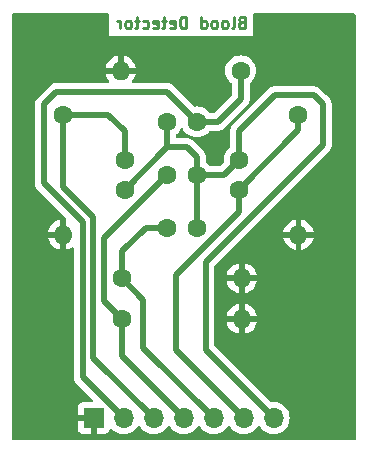
<source format=gbr>
%TF.GenerationSoftware,KiCad,Pcbnew,8.0.0-8.0.0-1~ubuntu20.04.1*%
%TF.CreationDate,2024-03-18T19:09:47+07:00*%
%TF.ProjectId,tugas-akhir-eka-selvi,74756761-732d-4616-9b68-69722d656b61,rev?*%
%TF.SameCoordinates,Original*%
%TF.FileFunction,Copper,L2,Bot*%
%TF.FilePolarity,Positive*%
%FSLAX46Y46*%
G04 Gerber Fmt 4.6, Leading zero omitted, Abs format (unit mm)*
G04 Created by KiCad (PCBNEW 8.0.0-8.0.0-1~ubuntu20.04.1) date 2024-03-18 19:09:47*
%MOMM*%
%LPD*%
G01*
G04 APERTURE LIST*
%ADD10C,0.250000*%
%TA.AperFunction,NonConductor*%
%ADD11C,0.250000*%
%TD*%
%TA.AperFunction,ComponentPad*%
%ADD12C,1.600000*%
%TD*%
%TA.AperFunction,ComponentPad*%
%ADD13O,1.600000X1.600000*%
%TD*%
%TA.AperFunction,ComponentPad*%
%ADD14R,1.700000X1.700000*%
%TD*%
%TA.AperFunction,ComponentPad*%
%ADD15O,1.700000X1.700000*%
%TD*%
%TA.AperFunction,Conductor*%
%ADD16C,0.500000*%
%TD*%
G04 APERTURE END LIST*
D10*
D11*
X152553098Y-60097609D02*
X152410241Y-60145228D01*
X152410241Y-60145228D02*
X152362622Y-60192847D01*
X152362622Y-60192847D02*
X152315003Y-60288085D01*
X152315003Y-60288085D02*
X152315003Y-60430942D01*
X152315003Y-60430942D02*
X152362622Y-60526180D01*
X152362622Y-60526180D02*
X152410241Y-60573800D01*
X152410241Y-60573800D02*
X152505479Y-60621419D01*
X152505479Y-60621419D02*
X152886431Y-60621419D01*
X152886431Y-60621419D02*
X152886431Y-59621419D01*
X152886431Y-59621419D02*
X152553098Y-59621419D01*
X152553098Y-59621419D02*
X152457860Y-59669038D01*
X152457860Y-59669038D02*
X152410241Y-59716657D01*
X152410241Y-59716657D02*
X152362622Y-59811895D01*
X152362622Y-59811895D02*
X152362622Y-59907133D01*
X152362622Y-59907133D02*
X152410241Y-60002371D01*
X152410241Y-60002371D02*
X152457860Y-60049990D01*
X152457860Y-60049990D02*
X152553098Y-60097609D01*
X152553098Y-60097609D02*
X152886431Y-60097609D01*
X151743574Y-60621419D02*
X151838812Y-60573800D01*
X151838812Y-60573800D02*
X151886431Y-60478561D01*
X151886431Y-60478561D02*
X151886431Y-59621419D01*
X151219764Y-60621419D02*
X151315002Y-60573800D01*
X151315002Y-60573800D02*
X151362621Y-60526180D01*
X151362621Y-60526180D02*
X151410240Y-60430942D01*
X151410240Y-60430942D02*
X151410240Y-60145228D01*
X151410240Y-60145228D02*
X151362621Y-60049990D01*
X151362621Y-60049990D02*
X151315002Y-60002371D01*
X151315002Y-60002371D02*
X151219764Y-59954752D01*
X151219764Y-59954752D02*
X151076907Y-59954752D01*
X151076907Y-59954752D02*
X150981669Y-60002371D01*
X150981669Y-60002371D02*
X150934050Y-60049990D01*
X150934050Y-60049990D02*
X150886431Y-60145228D01*
X150886431Y-60145228D02*
X150886431Y-60430942D01*
X150886431Y-60430942D02*
X150934050Y-60526180D01*
X150934050Y-60526180D02*
X150981669Y-60573800D01*
X150981669Y-60573800D02*
X151076907Y-60621419D01*
X151076907Y-60621419D02*
X151219764Y-60621419D01*
X150315002Y-60621419D02*
X150410240Y-60573800D01*
X150410240Y-60573800D02*
X150457859Y-60526180D01*
X150457859Y-60526180D02*
X150505478Y-60430942D01*
X150505478Y-60430942D02*
X150505478Y-60145228D01*
X150505478Y-60145228D02*
X150457859Y-60049990D01*
X150457859Y-60049990D02*
X150410240Y-60002371D01*
X150410240Y-60002371D02*
X150315002Y-59954752D01*
X150315002Y-59954752D02*
X150172145Y-59954752D01*
X150172145Y-59954752D02*
X150076907Y-60002371D01*
X150076907Y-60002371D02*
X150029288Y-60049990D01*
X150029288Y-60049990D02*
X149981669Y-60145228D01*
X149981669Y-60145228D02*
X149981669Y-60430942D01*
X149981669Y-60430942D02*
X150029288Y-60526180D01*
X150029288Y-60526180D02*
X150076907Y-60573800D01*
X150076907Y-60573800D02*
X150172145Y-60621419D01*
X150172145Y-60621419D02*
X150315002Y-60621419D01*
X149124526Y-60621419D02*
X149124526Y-59621419D01*
X149124526Y-60573800D02*
X149219764Y-60621419D01*
X149219764Y-60621419D02*
X149410240Y-60621419D01*
X149410240Y-60621419D02*
X149505478Y-60573800D01*
X149505478Y-60573800D02*
X149553097Y-60526180D01*
X149553097Y-60526180D02*
X149600716Y-60430942D01*
X149600716Y-60430942D02*
X149600716Y-60145228D01*
X149600716Y-60145228D02*
X149553097Y-60049990D01*
X149553097Y-60049990D02*
X149505478Y-60002371D01*
X149505478Y-60002371D02*
X149410240Y-59954752D01*
X149410240Y-59954752D02*
X149219764Y-59954752D01*
X149219764Y-59954752D02*
X149124526Y-60002371D01*
X147886430Y-60621419D02*
X147886430Y-59621419D01*
X147886430Y-59621419D02*
X147648335Y-59621419D01*
X147648335Y-59621419D02*
X147505478Y-59669038D01*
X147505478Y-59669038D02*
X147410240Y-59764276D01*
X147410240Y-59764276D02*
X147362621Y-59859514D01*
X147362621Y-59859514D02*
X147315002Y-60049990D01*
X147315002Y-60049990D02*
X147315002Y-60192847D01*
X147315002Y-60192847D02*
X147362621Y-60383323D01*
X147362621Y-60383323D02*
X147410240Y-60478561D01*
X147410240Y-60478561D02*
X147505478Y-60573800D01*
X147505478Y-60573800D02*
X147648335Y-60621419D01*
X147648335Y-60621419D02*
X147886430Y-60621419D01*
X146505478Y-60573800D02*
X146600716Y-60621419D01*
X146600716Y-60621419D02*
X146791192Y-60621419D01*
X146791192Y-60621419D02*
X146886430Y-60573800D01*
X146886430Y-60573800D02*
X146934049Y-60478561D01*
X146934049Y-60478561D02*
X146934049Y-60097609D01*
X146934049Y-60097609D02*
X146886430Y-60002371D01*
X146886430Y-60002371D02*
X146791192Y-59954752D01*
X146791192Y-59954752D02*
X146600716Y-59954752D01*
X146600716Y-59954752D02*
X146505478Y-60002371D01*
X146505478Y-60002371D02*
X146457859Y-60097609D01*
X146457859Y-60097609D02*
X146457859Y-60192847D01*
X146457859Y-60192847D02*
X146934049Y-60288085D01*
X146172144Y-59954752D02*
X145791192Y-59954752D01*
X146029287Y-59621419D02*
X146029287Y-60478561D01*
X146029287Y-60478561D02*
X145981668Y-60573800D01*
X145981668Y-60573800D02*
X145886430Y-60621419D01*
X145886430Y-60621419D02*
X145791192Y-60621419D01*
X145076906Y-60573800D02*
X145172144Y-60621419D01*
X145172144Y-60621419D02*
X145362620Y-60621419D01*
X145362620Y-60621419D02*
X145457858Y-60573800D01*
X145457858Y-60573800D02*
X145505477Y-60478561D01*
X145505477Y-60478561D02*
X145505477Y-60097609D01*
X145505477Y-60097609D02*
X145457858Y-60002371D01*
X145457858Y-60002371D02*
X145362620Y-59954752D01*
X145362620Y-59954752D02*
X145172144Y-59954752D01*
X145172144Y-59954752D02*
X145076906Y-60002371D01*
X145076906Y-60002371D02*
X145029287Y-60097609D01*
X145029287Y-60097609D02*
X145029287Y-60192847D01*
X145029287Y-60192847D02*
X145505477Y-60288085D01*
X144172144Y-60573800D02*
X144267382Y-60621419D01*
X144267382Y-60621419D02*
X144457858Y-60621419D01*
X144457858Y-60621419D02*
X144553096Y-60573800D01*
X144553096Y-60573800D02*
X144600715Y-60526180D01*
X144600715Y-60526180D02*
X144648334Y-60430942D01*
X144648334Y-60430942D02*
X144648334Y-60145228D01*
X144648334Y-60145228D02*
X144600715Y-60049990D01*
X144600715Y-60049990D02*
X144553096Y-60002371D01*
X144553096Y-60002371D02*
X144457858Y-59954752D01*
X144457858Y-59954752D02*
X144267382Y-59954752D01*
X144267382Y-59954752D02*
X144172144Y-60002371D01*
X143886429Y-59954752D02*
X143505477Y-59954752D01*
X143743572Y-59621419D02*
X143743572Y-60478561D01*
X143743572Y-60478561D02*
X143695953Y-60573800D01*
X143695953Y-60573800D02*
X143600715Y-60621419D01*
X143600715Y-60621419D02*
X143505477Y-60621419D01*
X143029286Y-60621419D02*
X143124524Y-60573800D01*
X143124524Y-60573800D02*
X143172143Y-60526180D01*
X143172143Y-60526180D02*
X143219762Y-60430942D01*
X143219762Y-60430942D02*
X143219762Y-60145228D01*
X143219762Y-60145228D02*
X143172143Y-60049990D01*
X143172143Y-60049990D02*
X143124524Y-60002371D01*
X143124524Y-60002371D02*
X143029286Y-59954752D01*
X143029286Y-59954752D02*
X142886429Y-59954752D01*
X142886429Y-59954752D02*
X142791191Y-60002371D01*
X142791191Y-60002371D02*
X142743572Y-60049990D01*
X142743572Y-60049990D02*
X142695953Y-60145228D01*
X142695953Y-60145228D02*
X142695953Y-60430942D01*
X142695953Y-60430942D02*
X142743572Y-60526180D01*
X142743572Y-60526180D02*
X142791191Y-60573800D01*
X142791191Y-60573800D02*
X142886429Y-60621419D01*
X142886429Y-60621419D02*
X143029286Y-60621419D01*
X142267381Y-60621419D02*
X142267381Y-59954752D01*
X142267381Y-60145228D02*
X142219762Y-60049990D01*
X142219762Y-60049990D02*
X142172143Y-60002371D01*
X142172143Y-60002371D02*
X142076905Y-59954752D01*
X142076905Y-59954752D02*
X141981667Y-59954752D01*
D12*
%TO.P,R16,1*%
%TO.N,+5V*%
X148767800Y-72999600D03*
%TO.P,R16,2*%
%TO.N,/A2*%
X146227800Y-72999600D03*
%TD*%
%TO.P,R3,1*%
%TO.N,+5V*%
X146227800Y-68529200D03*
%TO.P,R3,2*%
%TO.N,/A0*%
X148767800Y-68529200D03*
%TD*%
%TO.P,R13,1*%
%TO.N,+5V*%
X142646400Y-74269600D03*
%TO.P,R13,2*%
%TO.N,/A1*%
X142646400Y-71729600D03*
%TD*%
%TO.P,R14,1*%
%TO.N,/A2*%
X142417800Y-85217000D03*
D13*
%TO.P,R14,2*%
%TO.N,GND*%
X152577800Y-85217000D03*
%TD*%
D12*
%TO.P,R5,1*%
%TO.N,+5V*%
X152349200Y-71729600D03*
%TO.P,R5,2*%
%TO.N,/A4*%
X152349200Y-74269600D03*
%TD*%
D13*
%TO.P,R11,2*%
%TO.N,GND*%
X142320000Y-64200000D03*
D12*
%TO.P,R11,1*%
%TO.N,/A0*%
X152480000Y-64200000D03*
%TD*%
%TO.P,R12,1*%
%TO.N,/A1*%
X137439400Y-67919600D03*
D13*
%TO.P,R12,2*%
%TO.N,GND*%
X137439400Y-78079600D03*
%TD*%
D12*
%TO.P,R4,1*%
%TO.N,/A4*%
X157376200Y-67919600D03*
D13*
%TO.P,R4,2*%
%TO.N,GND*%
X157376200Y-78079600D03*
%TD*%
D12*
%TO.P,R17,1*%
%TO.N,+5V*%
X148767800Y-77495400D03*
%TO.P,R17,2*%
%TO.N,/A3*%
X146227800Y-77495400D03*
%TD*%
D14*
%TO.P,J1,1,Pin_1*%
%TO.N,GND*%
X140040000Y-93600000D03*
D15*
%TO.P,J1,2,Pin_2*%
%TO.N,/A0*%
X142580000Y-93600000D03*
%TO.P,J1,3,Pin_3*%
%TO.N,/A1*%
X145120000Y-93600000D03*
%TO.P,J1,4,Pin_4*%
%TO.N,/A2*%
X147660000Y-93600000D03*
%TO.P,J1,5,Pin_5*%
%TO.N,/A3*%
X150200000Y-93600000D03*
%TO.P,J1,6,Pin_6*%
%TO.N,/A4*%
X152740000Y-93600000D03*
%TO.P,J1,7,Pin_7*%
%TO.N,+5V*%
X155280000Y-93600000D03*
%TD*%
D12*
%TO.P,R15,1*%
%TO.N,/A3*%
X142417800Y-81762600D03*
D13*
%TO.P,R15,2*%
%TO.N,GND*%
X152577800Y-81762600D03*
%TD*%
D16*
%TO.N,/A1*%
X145120000Y-93600000D02*
X140004800Y-88484800D01*
X140004800Y-88484800D02*
X140004800Y-76581000D01*
X140004800Y-76581000D02*
X137439400Y-74015600D01*
X137439400Y-74015600D02*
X137439400Y-67919600D01*
%TO.N,/A0*%
X142580000Y-93600000D02*
X139115800Y-90135800D01*
X139115800Y-90135800D02*
X139115800Y-77012800D01*
X139115800Y-77012800D02*
X135813800Y-73710800D01*
X135813800Y-73710800D02*
X135813800Y-67056000D01*
X135813800Y-67056000D02*
X136880600Y-65989200D01*
X136880600Y-65989200D02*
X146227800Y-65989200D01*
X146227800Y-65989200D02*
X148767800Y-68529200D01*
%TO.N,/A4*%
X152349200Y-74269600D02*
X157376200Y-69242600D01*
X157376200Y-69242600D02*
X157376200Y-67919600D01*
%TO.N,+5V*%
X155280000Y-93600000D02*
X149504400Y-87824400D01*
X149504400Y-80391000D02*
X159435800Y-70459600D01*
X149504400Y-87824400D02*
X149504400Y-80391000D01*
X159435800Y-70459600D02*
X159435800Y-67030600D01*
X159435800Y-67030600D02*
X158673800Y-66268600D01*
X158673800Y-66268600D02*
X155346400Y-66268600D01*
X155346400Y-66268600D02*
X152349200Y-69265800D01*
X152349200Y-69265800D02*
X152349200Y-71729600D01*
%TO.N,/A4*%
X152740000Y-93600000D02*
X147015200Y-87875200D01*
X147015200Y-87875200D02*
X147015200Y-81534000D01*
X147015200Y-81534000D02*
X152349200Y-76200000D01*
X152349200Y-76200000D02*
X152349200Y-74269600D01*
%TO.N,/A3*%
X150200000Y-93600000D02*
X144246600Y-87646600D01*
X144246600Y-87646600D02*
X144246600Y-83591400D01*
X144246600Y-83591400D02*
X142417800Y-81762600D01*
%TO.N,/A0*%
X148767800Y-68529200D02*
X150545800Y-68529200D01*
X152480000Y-66595000D02*
X152480000Y-64200000D01*
X150545800Y-68529200D02*
X152480000Y-66595000D01*
%TO.N,+5V*%
X148767800Y-77495400D02*
X148767800Y-72999600D01*
X148767800Y-72999600D02*
X151079200Y-72999600D01*
X151079200Y-72999600D02*
X152349200Y-71729600D01*
X146227800Y-70688200D02*
X147955000Y-70688200D01*
X147955000Y-70688200D02*
X148767800Y-71501000D01*
X148767800Y-71501000D02*
X148767800Y-72999600D01*
X142646400Y-74269600D02*
X146227800Y-70688200D01*
X146227800Y-70688200D02*
X146227800Y-68529200D01*
%TO.N,/A3*%
X142417800Y-81762600D02*
X142417800Y-79502000D01*
X142417800Y-79502000D02*
X144424400Y-77495400D01*
X144424400Y-77495400D02*
X146227800Y-77495400D01*
%TO.N,/A2*%
X142417800Y-85217000D02*
X140893800Y-83693000D01*
X140893800Y-83693000D02*
X140893800Y-78333600D01*
X140893800Y-78333600D02*
X146227800Y-72999600D01*
%TO.N,/A1*%
X137439400Y-67919600D02*
X141274800Y-67919600D01*
X142646400Y-69291200D02*
X142646400Y-71729600D01*
X141274800Y-67919600D02*
X142646400Y-69291200D01*
%TO.N,/A2*%
X147660000Y-93600000D02*
X142417800Y-88357800D01*
X142417800Y-88357800D02*
X142417800Y-85217000D01*
%TD*%
%TA.AperFunction,Conductor*%
%TO.N,GND*%
G36*
X141294206Y-59371985D02*
G01*
X141339961Y-59424789D01*
X141351167Y-59476300D01*
X141351167Y-61253354D01*
X153516931Y-61253354D01*
X153516931Y-59476300D01*
X153536616Y-59409261D01*
X153589420Y-59363506D01*
X153640931Y-59352300D01*
X162081300Y-59352300D01*
X162148339Y-59371985D01*
X162194094Y-59424789D01*
X162205300Y-59476300D01*
X162205300Y-95362100D01*
X162185615Y-95429139D01*
X162132811Y-95474894D01*
X162081300Y-95486100D01*
X133219100Y-95486100D01*
X133152061Y-95466415D01*
X133106306Y-95413611D01*
X133095100Y-95362100D01*
X133095100Y-73784720D01*
X135063299Y-73784720D01*
X135092140Y-73929707D01*
X135092143Y-73929717D01*
X135148714Y-74066292D01*
X135164232Y-74089516D01*
X135164233Y-74089519D01*
X135230846Y-74189214D01*
X135230852Y-74189221D01*
X137675966Y-76634335D01*
X137709451Y-76695658D01*
X137704467Y-76765350D01*
X137689400Y-76785728D01*
X137689400Y-77763914D01*
X137685006Y-77759520D01*
X137593794Y-77706859D01*
X137492061Y-77679600D01*
X137386739Y-77679600D01*
X137285006Y-77706859D01*
X137193794Y-77759520D01*
X137189400Y-77763914D01*
X137189400Y-76800727D01*
X136993071Y-76853334D01*
X136786917Y-76949465D01*
X136600579Y-77079942D01*
X136439742Y-77240779D01*
X136309265Y-77427117D01*
X136213134Y-77633273D01*
X136213130Y-77633282D01*
X136160527Y-77829599D01*
X136160528Y-77829600D01*
X137123714Y-77829600D01*
X137119320Y-77833994D01*
X137066659Y-77925206D01*
X137039400Y-78026939D01*
X137039400Y-78132261D01*
X137066659Y-78233994D01*
X137119320Y-78325206D01*
X137123714Y-78329600D01*
X136160528Y-78329600D01*
X136213130Y-78525917D01*
X136213134Y-78525926D01*
X136309265Y-78732082D01*
X136439742Y-78918420D01*
X136600579Y-79079257D01*
X136786917Y-79209734D01*
X136993073Y-79305865D01*
X136993082Y-79305869D01*
X137189399Y-79358472D01*
X137189400Y-79358471D01*
X137189400Y-78395286D01*
X137193794Y-78399680D01*
X137285006Y-78452341D01*
X137386739Y-78479600D01*
X137492061Y-78479600D01*
X137593794Y-78452341D01*
X137685006Y-78399680D01*
X137689400Y-78395286D01*
X137689400Y-79358472D01*
X137885717Y-79305869D01*
X137885726Y-79305865D01*
X138091883Y-79209733D01*
X138091889Y-79209730D01*
X138170176Y-79154912D01*
X138236381Y-79132584D01*
X138304149Y-79149593D01*
X138351962Y-79200541D01*
X138365300Y-79256486D01*
X138365300Y-90209718D01*
X138365300Y-90209720D01*
X138365299Y-90209720D01*
X138394140Y-90354707D01*
X138394143Y-90354717D01*
X138450714Y-90491292D01*
X138483612Y-90540527D01*
X138483613Y-90540530D01*
X138532846Y-90614214D01*
X138532852Y-90614221D01*
X139956952Y-92038319D01*
X139990437Y-92099642D01*
X139985453Y-92169333D01*
X139943582Y-92225267D01*
X139878117Y-92249684D01*
X139869271Y-92250000D01*
X139142155Y-92250000D01*
X139082627Y-92256401D01*
X139082620Y-92256403D01*
X138947913Y-92306645D01*
X138947906Y-92306649D01*
X138832812Y-92392809D01*
X138832809Y-92392812D01*
X138746649Y-92507906D01*
X138746645Y-92507913D01*
X138696403Y-92642620D01*
X138696401Y-92642627D01*
X138690000Y-92702155D01*
X138690000Y-93350000D01*
X139606988Y-93350000D01*
X139574075Y-93407007D01*
X139540000Y-93534174D01*
X139540000Y-93665826D01*
X139574075Y-93792993D01*
X139606988Y-93850000D01*
X138690000Y-93850000D01*
X138690000Y-94497844D01*
X138696401Y-94557372D01*
X138696403Y-94557379D01*
X138746645Y-94692086D01*
X138746649Y-94692093D01*
X138832809Y-94807187D01*
X138832812Y-94807190D01*
X138947906Y-94893350D01*
X138947913Y-94893354D01*
X139082620Y-94943596D01*
X139082627Y-94943598D01*
X139142155Y-94949999D01*
X139142172Y-94950000D01*
X139790000Y-94950000D01*
X139790000Y-94033012D01*
X139847007Y-94065925D01*
X139974174Y-94100000D01*
X140105826Y-94100000D01*
X140232993Y-94065925D01*
X140290000Y-94033012D01*
X140290000Y-94950000D01*
X140937828Y-94950000D01*
X140937844Y-94949999D01*
X140997372Y-94943598D01*
X140997379Y-94943596D01*
X141132086Y-94893354D01*
X141132093Y-94893350D01*
X141247187Y-94807190D01*
X141247190Y-94807187D01*
X141333350Y-94692093D01*
X141333354Y-94692086D01*
X141382422Y-94560529D01*
X141424293Y-94504595D01*
X141489757Y-94480178D01*
X141558030Y-94495030D01*
X141586285Y-94516181D01*
X141708599Y-94638495D01*
X141785135Y-94692086D01*
X141902165Y-94774032D01*
X141902167Y-94774033D01*
X141902170Y-94774035D01*
X142116337Y-94873903D01*
X142344592Y-94935063D01*
X142515319Y-94950000D01*
X142579999Y-94955659D01*
X142580000Y-94955659D01*
X142580001Y-94955659D01*
X142644681Y-94950000D01*
X142815408Y-94935063D01*
X143043663Y-94873903D01*
X143257830Y-94774035D01*
X143451401Y-94638495D01*
X143618495Y-94471401D01*
X143748425Y-94285842D01*
X143803002Y-94242217D01*
X143872500Y-94235023D01*
X143934855Y-94266546D01*
X143951575Y-94285842D01*
X144081500Y-94471395D01*
X144081505Y-94471401D01*
X144248599Y-94638495D01*
X144325135Y-94692086D01*
X144442165Y-94774032D01*
X144442167Y-94774033D01*
X144442170Y-94774035D01*
X144656337Y-94873903D01*
X144884592Y-94935063D01*
X145055319Y-94950000D01*
X145119999Y-94955659D01*
X145120000Y-94955659D01*
X145120001Y-94955659D01*
X145184681Y-94950000D01*
X145355408Y-94935063D01*
X145583663Y-94873903D01*
X145797830Y-94774035D01*
X145991401Y-94638495D01*
X146158495Y-94471401D01*
X146288425Y-94285842D01*
X146343002Y-94242217D01*
X146412500Y-94235023D01*
X146474855Y-94266546D01*
X146491575Y-94285842D01*
X146621500Y-94471395D01*
X146621505Y-94471401D01*
X146788599Y-94638495D01*
X146865135Y-94692086D01*
X146982165Y-94774032D01*
X146982167Y-94774033D01*
X146982170Y-94774035D01*
X147196337Y-94873903D01*
X147424592Y-94935063D01*
X147595319Y-94950000D01*
X147659999Y-94955659D01*
X147660000Y-94955659D01*
X147660001Y-94955659D01*
X147724681Y-94950000D01*
X147895408Y-94935063D01*
X148123663Y-94873903D01*
X148337830Y-94774035D01*
X148531401Y-94638495D01*
X148698495Y-94471401D01*
X148828425Y-94285842D01*
X148883002Y-94242217D01*
X148952500Y-94235023D01*
X149014855Y-94266546D01*
X149031575Y-94285842D01*
X149161500Y-94471395D01*
X149161505Y-94471401D01*
X149328599Y-94638495D01*
X149405135Y-94692086D01*
X149522165Y-94774032D01*
X149522167Y-94774033D01*
X149522170Y-94774035D01*
X149736337Y-94873903D01*
X149964592Y-94935063D01*
X150135319Y-94950000D01*
X150199999Y-94955659D01*
X150200000Y-94955659D01*
X150200001Y-94955659D01*
X150264681Y-94950000D01*
X150435408Y-94935063D01*
X150663663Y-94873903D01*
X150877830Y-94774035D01*
X151071401Y-94638495D01*
X151238495Y-94471401D01*
X151368425Y-94285842D01*
X151423002Y-94242217D01*
X151492500Y-94235023D01*
X151554855Y-94266546D01*
X151571575Y-94285842D01*
X151701500Y-94471395D01*
X151701505Y-94471401D01*
X151868599Y-94638495D01*
X151945135Y-94692086D01*
X152062165Y-94774032D01*
X152062167Y-94774033D01*
X152062170Y-94774035D01*
X152276337Y-94873903D01*
X152504592Y-94935063D01*
X152675319Y-94950000D01*
X152739999Y-94955659D01*
X152740000Y-94955659D01*
X152740001Y-94955659D01*
X152804681Y-94950000D01*
X152975408Y-94935063D01*
X153203663Y-94873903D01*
X153417830Y-94774035D01*
X153611401Y-94638495D01*
X153778495Y-94471401D01*
X153908425Y-94285842D01*
X153963002Y-94242217D01*
X154032500Y-94235023D01*
X154094855Y-94266546D01*
X154111575Y-94285842D01*
X154241500Y-94471395D01*
X154241505Y-94471401D01*
X154408599Y-94638495D01*
X154485135Y-94692086D01*
X154602165Y-94774032D01*
X154602167Y-94774033D01*
X154602170Y-94774035D01*
X154816337Y-94873903D01*
X155044592Y-94935063D01*
X155215319Y-94950000D01*
X155279999Y-94955659D01*
X155280000Y-94955659D01*
X155280001Y-94955659D01*
X155344681Y-94950000D01*
X155515408Y-94935063D01*
X155743663Y-94873903D01*
X155957830Y-94774035D01*
X156151401Y-94638495D01*
X156318495Y-94471401D01*
X156454035Y-94277830D01*
X156553903Y-94063663D01*
X156615063Y-93835408D01*
X156635659Y-93600000D01*
X156615063Y-93364592D01*
X156553903Y-93136337D01*
X156454035Y-92922171D01*
X156318495Y-92728599D01*
X156318494Y-92728597D01*
X156151402Y-92561506D01*
X156151395Y-92561501D01*
X155957834Y-92425967D01*
X155957830Y-92425965D01*
X155886727Y-92392809D01*
X155743663Y-92326097D01*
X155743659Y-92326096D01*
X155743655Y-92326094D01*
X155515413Y-92264938D01*
X155515403Y-92264936D01*
X155280001Y-92244341D01*
X155279998Y-92244341D01*
X155066986Y-92262977D01*
X154998486Y-92249210D01*
X154968498Y-92227130D01*
X150291219Y-87549851D01*
X150257734Y-87488528D01*
X150254900Y-87462170D01*
X150254900Y-84966999D01*
X151298927Y-84966999D01*
X151298928Y-84967000D01*
X152262114Y-84967000D01*
X152257720Y-84971394D01*
X152205059Y-85062606D01*
X152177800Y-85164339D01*
X152177800Y-85269661D01*
X152205059Y-85371394D01*
X152257720Y-85462606D01*
X152262114Y-85467000D01*
X151298928Y-85467000D01*
X151351530Y-85663317D01*
X151351534Y-85663326D01*
X151447665Y-85869482D01*
X151578142Y-86055820D01*
X151738979Y-86216657D01*
X151925317Y-86347134D01*
X152131473Y-86443265D01*
X152131482Y-86443269D01*
X152327799Y-86495872D01*
X152327800Y-86495871D01*
X152327800Y-85532686D01*
X152332194Y-85537080D01*
X152423406Y-85589741D01*
X152525139Y-85617000D01*
X152630461Y-85617000D01*
X152732194Y-85589741D01*
X152823406Y-85537080D01*
X152827800Y-85532686D01*
X152827800Y-86495872D01*
X153024117Y-86443269D01*
X153024126Y-86443265D01*
X153230282Y-86347134D01*
X153416620Y-86216657D01*
X153577457Y-86055820D01*
X153707934Y-85869482D01*
X153804065Y-85663326D01*
X153804069Y-85663317D01*
X153856672Y-85467000D01*
X152893486Y-85467000D01*
X152897880Y-85462606D01*
X152950541Y-85371394D01*
X152977800Y-85269661D01*
X152977800Y-85164339D01*
X152950541Y-85062606D01*
X152897880Y-84971394D01*
X152893486Y-84967000D01*
X153856672Y-84967000D01*
X153856672Y-84966999D01*
X153804069Y-84770682D01*
X153804065Y-84770673D01*
X153707934Y-84564517D01*
X153577457Y-84378179D01*
X153416620Y-84217342D01*
X153230282Y-84086865D01*
X153024128Y-83990734D01*
X152827800Y-83938127D01*
X152827800Y-84901314D01*
X152823406Y-84896920D01*
X152732194Y-84844259D01*
X152630461Y-84817000D01*
X152525139Y-84817000D01*
X152423406Y-84844259D01*
X152332194Y-84896920D01*
X152327800Y-84901314D01*
X152327800Y-83938127D01*
X152131471Y-83990734D01*
X151925317Y-84086865D01*
X151738979Y-84217342D01*
X151578142Y-84378179D01*
X151447665Y-84564517D01*
X151351534Y-84770673D01*
X151351530Y-84770682D01*
X151298927Y-84966999D01*
X150254900Y-84966999D01*
X150254900Y-81512599D01*
X151298927Y-81512599D01*
X151298928Y-81512600D01*
X152262114Y-81512600D01*
X152257720Y-81516994D01*
X152205059Y-81608206D01*
X152177800Y-81709939D01*
X152177800Y-81815261D01*
X152205059Y-81916994D01*
X152257720Y-82008206D01*
X152262114Y-82012600D01*
X151298928Y-82012600D01*
X151351530Y-82208917D01*
X151351534Y-82208926D01*
X151447665Y-82415082D01*
X151578142Y-82601420D01*
X151738979Y-82762257D01*
X151925317Y-82892734D01*
X152131473Y-82988865D01*
X152131482Y-82988869D01*
X152327799Y-83041472D01*
X152327800Y-83041471D01*
X152327800Y-82078286D01*
X152332194Y-82082680D01*
X152423406Y-82135341D01*
X152525139Y-82162600D01*
X152630461Y-82162600D01*
X152732194Y-82135341D01*
X152823406Y-82082680D01*
X152827800Y-82078286D01*
X152827800Y-83041472D01*
X153024117Y-82988869D01*
X153024126Y-82988865D01*
X153230282Y-82892734D01*
X153416620Y-82762257D01*
X153577457Y-82601420D01*
X153707934Y-82415082D01*
X153804065Y-82208926D01*
X153804069Y-82208917D01*
X153856672Y-82012600D01*
X152893486Y-82012600D01*
X152897880Y-82008206D01*
X152950541Y-81916994D01*
X152977800Y-81815261D01*
X152977800Y-81709939D01*
X152950541Y-81608206D01*
X152897880Y-81516994D01*
X152893486Y-81512600D01*
X153856672Y-81512600D01*
X153856672Y-81512599D01*
X153804069Y-81316282D01*
X153804065Y-81316273D01*
X153707934Y-81110117D01*
X153577457Y-80923779D01*
X153416620Y-80762942D01*
X153230282Y-80632465D01*
X153024128Y-80536334D01*
X152827800Y-80483727D01*
X152827800Y-81446914D01*
X152823406Y-81442520D01*
X152732194Y-81389859D01*
X152630461Y-81362600D01*
X152525139Y-81362600D01*
X152423406Y-81389859D01*
X152332194Y-81442520D01*
X152327800Y-81446914D01*
X152327800Y-80483727D01*
X152131471Y-80536334D01*
X151925317Y-80632465D01*
X151738979Y-80762942D01*
X151578142Y-80923779D01*
X151447665Y-81110117D01*
X151351534Y-81316273D01*
X151351530Y-81316282D01*
X151298927Y-81512599D01*
X150254900Y-81512599D01*
X150254900Y-80753229D01*
X150274585Y-80686190D01*
X150291219Y-80665548D01*
X153127168Y-77829599D01*
X156097327Y-77829599D01*
X156097328Y-77829600D01*
X157060514Y-77829600D01*
X157056120Y-77833994D01*
X157003459Y-77925206D01*
X156976200Y-78026939D01*
X156976200Y-78132261D01*
X157003459Y-78233994D01*
X157056120Y-78325206D01*
X157060514Y-78329600D01*
X156097328Y-78329600D01*
X156149930Y-78525917D01*
X156149934Y-78525926D01*
X156246065Y-78732082D01*
X156376542Y-78918420D01*
X156537379Y-79079257D01*
X156723717Y-79209734D01*
X156929873Y-79305865D01*
X156929882Y-79305869D01*
X157126199Y-79358472D01*
X157126200Y-79358471D01*
X157126200Y-78395286D01*
X157130594Y-78399680D01*
X157221806Y-78452341D01*
X157323539Y-78479600D01*
X157428861Y-78479600D01*
X157530594Y-78452341D01*
X157621806Y-78399680D01*
X157626200Y-78395286D01*
X157626200Y-79358472D01*
X157822517Y-79305869D01*
X157822526Y-79305865D01*
X158028682Y-79209734D01*
X158215020Y-79079257D01*
X158375857Y-78918420D01*
X158506334Y-78732082D01*
X158602465Y-78525926D01*
X158602469Y-78525917D01*
X158655072Y-78329600D01*
X157691886Y-78329600D01*
X157696280Y-78325206D01*
X157748941Y-78233994D01*
X157776200Y-78132261D01*
X157776200Y-78026939D01*
X157748941Y-77925206D01*
X157696280Y-77833994D01*
X157691886Y-77829600D01*
X158655072Y-77829600D01*
X158655072Y-77829599D01*
X158602469Y-77633282D01*
X158602465Y-77633273D01*
X158506334Y-77427117D01*
X158375857Y-77240779D01*
X158215020Y-77079942D01*
X158028682Y-76949465D01*
X157822528Y-76853334D01*
X157626200Y-76800727D01*
X157626200Y-77763914D01*
X157621806Y-77759520D01*
X157530594Y-77706859D01*
X157428861Y-77679600D01*
X157323539Y-77679600D01*
X157221806Y-77706859D01*
X157130594Y-77759520D01*
X157126200Y-77763914D01*
X157126200Y-76800727D01*
X156929871Y-76853334D01*
X156723717Y-76949465D01*
X156537379Y-77079942D01*
X156376542Y-77240779D01*
X156246065Y-77427117D01*
X156149934Y-77633273D01*
X156149930Y-77633282D01*
X156097327Y-77829599D01*
X153127168Y-77829599D01*
X160018750Y-70938017D01*
X160018752Y-70938015D01*
X160068403Y-70863706D01*
X160100884Y-70815095D01*
X160136317Y-70729553D01*
X160157459Y-70678512D01*
X160186300Y-70533517D01*
X160186300Y-70385682D01*
X160186300Y-66956682D01*
X160186300Y-66956679D01*
X160174405Y-66896885D01*
X160162511Y-66837088D01*
X160157459Y-66811688D01*
X160111405Y-66700505D01*
X160111401Y-66700496D01*
X160100885Y-66675107D01*
X160084957Y-66651268D01*
X160035723Y-66577584D01*
X160035723Y-66577583D01*
X160027237Y-66564884D01*
X160018752Y-66552184D01*
X159699338Y-66232770D01*
X159152221Y-65685652D01*
X159152220Y-65685651D01*
X159074476Y-65633705D01*
X159074475Y-65633704D01*
X159029301Y-65603519D01*
X159029288Y-65603512D01*
X158892717Y-65546943D01*
X158892707Y-65546940D01*
X158747720Y-65518100D01*
X158747718Y-65518100D01*
X155272482Y-65518100D01*
X155272480Y-65518100D01*
X155127492Y-65546940D01*
X155127482Y-65546943D01*
X154990911Y-65603512D01*
X154990898Y-65603519D01*
X154945725Y-65633704D01*
X154945724Y-65633705D01*
X154867979Y-65685651D01*
X151766250Y-68787380D01*
X151766244Y-68787388D01*
X151717012Y-68861068D01*
X151717013Y-68861069D01*
X151684121Y-68910296D01*
X151684114Y-68910308D01*
X151627542Y-69046886D01*
X151627540Y-69046892D01*
X151598700Y-69191879D01*
X151598700Y-70602936D01*
X151579015Y-70669975D01*
X151545825Y-70704510D01*
X151510063Y-70729551D01*
X151349151Y-70890462D01*
X151218632Y-71076865D01*
X151218631Y-71076867D01*
X151122461Y-71283102D01*
X151122458Y-71283111D01*
X151063566Y-71502902D01*
X151063564Y-71502913D01*
X151043732Y-71729598D01*
X151043732Y-71729603D01*
X151058329Y-71896461D01*
X151044562Y-71964960D01*
X151022482Y-71994948D01*
X150804649Y-72212782D01*
X150743329Y-72246266D01*
X150716970Y-72249100D01*
X149894463Y-72249100D01*
X149827424Y-72229415D01*
X149792888Y-72196223D01*
X149767848Y-72160462D01*
X149767844Y-72160458D01*
X149606939Y-71999553D01*
X149600362Y-71994948D01*
X149571175Y-71974510D01*
X149527551Y-71919932D01*
X149518300Y-71872936D01*
X149518300Y-71427079D01*
X149489459Y-71282092D01*
X149489458Y-71282091D01*
X149489458Y-71282087D01*
X149489456Y-71282082D01*
X149432887Y-71145511D01*
X149432880Y-71145498D01*
X149378769Y-71064516D01*
X149378768Y-71064514D01*
X149350754Y-71022586D01*
X149350750Y-71022582D01*
X148433421Y-70105252D01*
X148433414Y-70105246D01*
X148338308Y-70041699D01*
X148338308Y-70041700D01*
X148310495Y-70023116D01*
X148310492Y-70023114D01*
X148310491Y-70023114D01*
X148173917Y-69966543D01*
X148173907Y-69966540D01*
X148028920Y-69937700D01*
X148028918Y-69937700D01*
X147102300Y-69937700D01*
X147035261Y-69918015D01*
X146989506Y-69865211D01*
X146978300Y-69813700D01*
X146978300Y-69655862D01*
X146997985Y-69588823D01*
X147031179Y-69554286D01*
X147066939Y-69529247D01*
X147227847Y-69368339D01*
X147358368Y-69181934D01*
X147385418Y-69123924D01*
X147431590Y-69071485D01*
X147498783Y-69052333D01*
X147565665Y-69072548D01*
X147610182Y-69123925D01*
X147637229Y-69181928D01*
X147637232Y-69181934D01*
X147767754Y-69368341D01*
X147928658Y-69529245D01*
X147928661Y-69529247D01*
X148115066Y-69659768D01*
X148321304Y-69755939D01*
X148541108Y-69814835D01*
X148703030Y-69829001D01*
X148767798Y-69834668D01*
X148767800Y-69834668D01*
X148767802Y-69834668D01*
X148824473Y-69829709D01*
X148994492Y-69814835D01*
X149214296Y-69755939D01*
X149420534Y-69659768D01*
X149606939Y-69529247D01*
X149767847Y-69368339D01*
X149792888Y-69332577D01*
X149847465Y-69288952D01*
X149894463Y-69279700D01*
X150619720Y-69279700D01*
X150717262Y-69260296D01*
X150764713Y-69250858D01*
X150901295Y-69194284D01*
X150973050Y-69146339D01*
X151024216Y-69112152D01*
X153062952Y-67073416D01*
X153118515Y-66990258D01*
X153145084Y-66950495D01*
X153201658Y-66813913D01*
X153229269Y-66675107D01*
X153230500Y-66668920D01*
X153230500Y-65326662D01*
X153250185Y-65259623D01*
X153283379Y-65225086D01*
X153290624Y-65220013D01*
X153319139Y-65200047D01*
X153480047Y-65039139D01*
X153610568Y-64852734D01*
X153706739Y-64646496D01*
X153765635Y-64426692D01*
X153785468Y-64200000D01*
X153765635Y-63973308D01*
X153706739Y-63753504D01*
X153610568Y-63547266D01*
X153480047Y-63360861D01*
X153480045Y-63360858D01*
X153319141Y-63199954D01*
X153132734Y-63069432D01*
X153132732Y-63069431D01*
X152926497Y-62973261D01*
X152926488Y-62973258D01*
X152706697Y-62914366D01*
X152706693Y-62914365D01*
X152706692Y-62914365D01*
X152706691Y-62914364D01*
X152706686Y-62914364D01*
X152480002Y-62894532D01*
X152479998Y-62894532D01*
X152253313Y-62914364D01*
X152253302Y-62914366D01*
X152033511Y-62973258D01*
X152033502Y-62973261D01*
X151827267Y-63069431D01*
X151827265Y-63069432D01*
X151640858Y-63199954D01*
X151479954Y-63360858D01*
X151349432Y-63547265D01*
X151349431Y-63547267D01*
X151253261Y-63753502D01*
X151253258Y-63753511D01*
X151194366Y-63973302D01*
X151194364Y-63973313D01*
X151174532Y-64199998D01*
X151174532Y-64200001D01*
X151194364Y-64426686D01*
X151194366Y-64426697D01*
X151253258Y-64646488D01*
X151253261Y-64646497D01*
X151349431Y-64852732D01*
X151349432Y-64852734D01*
X151479954Y-65039141D01*
X151640859Y-65200046D01*
X151676621Y-65225086D01*
X151720247Y-65279662D01*
X151729500Y-65326662D01*
X151729500Y-66232770D01*
X151709815Y-66299809D01*
X151693181Y-66320451D01*
X150271251Y-67742381D01*
X150209928Y-67775866D01*
X150183570Y-67778700D01*
X149894463Y-67778700D01*
X149827424Y-67759015D01*
X149792888Y-67725823D01*
X149767845Y-67690058D01*
X149606941Y-67529154D01*
X149420534Y-67398632D01*
X149420532Y-67398631D01*
X149214297Y-67302461D01*
X149214288Y-67302458D01*
X148994497Y-67243566D01*
X148994493Y-67243565D01*
X148994492Y-67243565D01*
X148994491Y-67243564D01*
X148994486Y-67243564D01*
X148767802Y-67223732D01*
X148767797Y-67223732D01*
X148600937Y-67238329D01*
X148532437Y-67224562D01*
X148502450Y-67202482D01*
X146706221Y-65406252D01*
X146706214Y-65406246D01*
X146632529Y-65357012D01*
X146632529Y-65357013D01*
X146583291Y-65324113D01*
X146446717Y-65267543D01*
X146446707Y-65267540D01*
X146301720Y-65238700D01*
X146301718Y-65238700D01*
X143417857Y-65238700D01*
X143350818Y-65219015D01*
X143305063Y-65166211D01*
X143295119Y-65097053D01*
X143318571Y-65044661D01*
X143316556Y-65043250D01*
X143450134Y-64852482D01*
X143546265Y-64646326D01*
X143546269Y-64646317D01*
X143598872Y-64450000D01*
X142635686Y-64450000D01*
X142640080Y-64445606D01*
X142692741Y-64354394D01*
X142720000Y-64252661D01*
X142720000Y-64147339D01*
X142692741Y-64045606D01*
X142640080Y-63954394D01*
X142635686Y-63950000D01*
X143598872Y-63950000D01*
X143598872Y-63949999D01*
X143546269Y-63753682D01*
X143546265Y-63753673D01*
X143450134Y-63547517D01*
X143319657Y-63361179D01*
X143158820Y-63200342D01*
X142972482Y-63069865D01*
X142766328Y-62973734D01*
X142570000Y-62921127D01*
X142570000Y-63884314D01*
X142565606Y-63879920D01*
X142474394Y-63827259D01*
X142372661Y-63800000D01*
X142267339Y-63800000D01*
X142165606Y-63827259D01*
X142074394Y-63879920D01*
X142070000Y-63884314D01*
X142070000Y-62921127D01*
X141873671Y-62973734D01*
X141667517Y-63069865D01*
X141481179Y-63200342D01*
X141320342Y-63361179D01*
X141189865Y-63547517D01*
X141093734Y-63753673D01*
X141093730Y-63753682D01*
X141041127Y-63949999D01*
X141041128Y-63950000D01*
X142004314Y-63950000D01*
X141999920Y-63954394D01*
X141947259Y-64045606D01*
X141920000Y-64147339D01*
X141920000Y-64252661D01*
X141947259Y-64354394D01*
X141999920Y-64445606D01*
X142004314Y-64450000D01*
X141041128Y-64450000D01*
X141093730Y-64646317D01*
X141093734Y-64646326D01*
X141189865Y-64852482D01*
X141323444Y-65043250D01*
X141321361Y-65044708D01*
X141345133Y-65098902D01*
X141334149Y-65167903D01*
X141287605Y-65220013D01*
X141222143Y-65238700D01*
X136806680Y-65238700D01*
X136661692Y-65267540D01*
X136661686Y-65267542D01*
X136525108Y-65324114D01*
X136525096Y-65324121D01*
X136475869Y-65357013D01*
X136402188Y-65406244D01*
X136402180Y-65406250D01*
X135230850Y-66577580D01*
X135230846Y-66577586D01*
X135181612Y-66651268D01*
X135181613Y-66651269D01*
X135148721Y-66700496D01*
X135148714Y-66700508D01*
X135092142Y-66837086D01*
X135092141Y-66837090D01*
X135063300Y-66982079D01*
X135063300Y-66982082D01*
X135063300Y-73784718D01*
X135063300Y-73784720D01*
X135063299Y-73784720D01*
X133095100Y-73784720D01*
X133095100Y-59476300D01*
X133114785Y-59409261D01*
X133167589Y-59363506D01*
X133219100Y-59352300D01*
X141227167Y-59352300D01*
X141294206Y-59371985D01*
G37*
%TD.AperFunction*%
%TD*%
M02*

</source>
